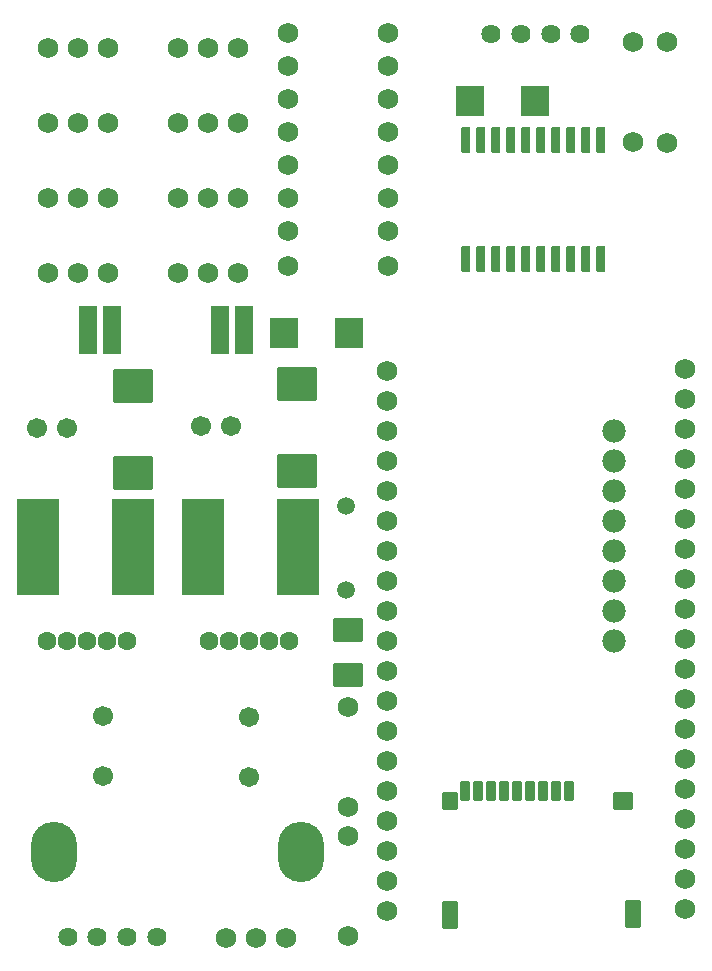
<source format=gts>
G04 Layer: TopSolderMaskLayer*
G04 EasyEDA v6.5.20, 2022-10-22 14:54:30*
G04 fe600fdf0afc4bf6b2dbe2f9dcf79710,95753c6d73fd445989ad8f01ddeeb764,10*
G04 Gerber Generator version 0.2*
G04 Scale: 100 percent, Rotated: No, Reflected: No *
G04 Dimensions in millimeters *
G04 leading zeros omitted , absolute positions ,4 integer and 5 decimal *
%FSLAX45Y45*%
%MOMM*%

%AMMACRO1*1,1,$1,$2,$3*1,1,$1,$4,$5*1,1,$1,0-$2,0-$3*1,1,$1,0-$4,0-$5*20,1,$1,$2,$3,$4,$5,0*20,1,$1,$4,$5,0-$2,0-$3,0*20,1,$1,0-$2,0-$3,0-$4,0-$5,0*20,1,$1,0-$4,0-$5,$2,$3,0*4,1,4,$2,$3,$4,$5,0-$2,0-$3,0-$4,0-$5,$2,$3,0*%
%ADD10MACRO1,0.1016X1.75X-4X-1.75X-4*%
%ADD11MACRO1,0.1016X-0.75X-2X-0.75X2*%
%ADD12MACRO1,0.1016X-1.15X1.25X1.15X1.25*%
%ADD13C,1.6256*%
%ADD14C,1.7016*%
%ADD15MACRO1,0.1016X-0.3302X1.016X0.3302X1.016*%
%ADD16C,1.6016*%
%ADD17MACRO1,0.1016X-1.65X-1.35X-1.65X1.35*%
%ADD18C,1.7272*%
%ADD19MACRO1,0.1016X-1.188X-0.95X-1.188X0.95*%
%ADD20C,1.9812*%
%ADD21MACRO1,0.1016X1.15X-1.25X-1.15X-1.25*%
%ADD22C,1.5095*%
%ADD23MACRO1,0.1016X-0.3505X0.8001X0.3505X0.8001*%
%ADD24MACRO1,0.1016X-0.3505X0.8X0.3505X0.8*%
%ADD25MACRO1,0.1016X-0.6001X1.1001X0.6001X1.1001*%
%ADD26MACRO1,0.1016X-0.5994X0.7X0.5994X0.7*%
%ADD27MACRO1,0.1016X-0.8001X0.6998X0.8001X0.6998*%
%ADD28MACRO1,0.1016X-0.5994X1.1001X0.5994X1.1001*%
%ADD29O,3.9015924X5.10159*%

%LPD*%
D10*
G01*
X2406702Y13570005D03*
G01*
X3206802Y13570005D03*
D11*
G01*
X1638300Y15405100D03*
D10*
G01*
X1809796Y13570005D03*
G01*
X1009696Y13570005D03*
D11*
G01*
X1435100Y15405100D03*
G01*
X2552700Y15405100D03*
G01*
X2755900Y15405100D03*
D12*
G01*
X5217656Y17348200D03*
G01*
X4662939Y17348200D03*
D13*
G01*
X4847005Y17913299D03*
G01*
X5096992Y17913299D03*
G01*
X5347004Y17913299D03*
G01*
X5596991Y17913299D03*
D14*
G01*
X1562100Y12141200D03*
G01*
X1562100Y11633200D03*
G01*
X2794000Y12128500D03*
G01*
X2794000Y11620500D03*
D15*
G01*
X4635500Y16007079D03*
G01*
X4762500Y16007079D03*
G01*
X4889500Y16007079D03*
G01*
X5016500Y16007079D03*
G01*
X5143500Y16007079D03*
G01*
X5270500Y16007079D03*
G01*
X5397500Y16007079D03*
G01*
X5524500Y16007079D03*
G01*
X5524500Y17012920D03*
G01*
X5397500Y17012920D03*
G01*
X5270500Y17012920D03*
G01*
X5143500Y17012920D03*
G01*
X5016500Y17012920D03*
G01*
X4889500Y17012920D03*
G01*
X4762500Y17012920D03*
G01*
X4635500Y17012920D03*
G01*
X5651500Y16007079D03*
G01*
X5778500Y16007079D03*
G01*
X5651500Y17012920D03*
G01*
X5778500Y17012920D03*
D16*
G01*
X1764411Y12776200D03*
G01*
X1593392Y12776200D03*
G01*
X1422400Y12776200D03*
G01*
X1251407Y12776200D03*
G01*
X1080388Y12776200D03*
D14*
G01*
X1003300Y14579600D03*
G01*
X1257300Y14579600D03*
D17*
G01*
X1816100Y14935530D03*
G01*
X1816100Y14198269D03*
D18*
G01*
X2705100Y16522700D03*
G01*
X2451100Y16522700D03*
G01*
X2197100Y16522700D03*
G01*
X2705100Y15887700D03*
G01*
X2451100Y15887700D03*
G01*
X2197100Y15887700D03*
D17*
G01*
X3200400Y14948230D03*
G01*
X3200400Y14210969D03*
D14*
G01*
X2387600Y14592300D03*
G01*
X2641600Y14592300D03*
D16*
G01*
X3136011Y12776200D03*
G01*
X2964992Y12776200D03*
G01*
X2794000Y12776200D03*
G01*
X2623007Y12776200D03*
G01*
X2451988Y12776200D03*
D19*
G01*
X3632201Y12864465D03*
G01*
X3632201Y12484734D03*
D20*
G01*
X5886602Y14549805D03*
G01*
X5886627Y14295856D03*
G01*
X5886627Y14041856D03*
G01*
X5886627Y13787856D03*
G01*
X5886627Y13533856D03*
G01*
X5886627Y13279856D03*
G01*
X5886627Y13025856D03*
G01*
X5886627Y12771856D03*
D21*
G01*
X3088143Y15379700D03*
G01*
X3642860Y15379700D03*
D18*
G01*
X3111525Y10261650D03*
G01*
X2857525Y10261650D03*
G01*
X2603525Y10261650D03*
D13*
G01*
X2010994Y10268000D03*
G01*
X1761007Y10268000D03*
G01*
X1510995Y10268000D03*
G01*
X1261008Y10268000D03*
D22*
G01*
X3619500Y13208000D03*
G01*
X3619500Y13919200D03*
D18*
G01*
X1600200Y17792700D03*
G01*
X1346200Y17792700D03*
G01*
X1092200Y17792700D03*
G01*
X1600200Y17157700D03*
G01*
X1346200Y17157700D03*
G01*
X1092200Y17157700D03*
G01*
X1600200Y16522700D03*
G01*
X1346200Y16522700D03*
G01*
X1092200Y16522700D03*
G01*
X1600200Y15887700D03*
G01*
X1346200Y15887700D03*
G01*
X1092200Y15887700D03*
G01*
X2705100Y17792700D03*
G01*
X2451100Y17792700D03*
G01*
X2197100Y17792700D03*
G01*
X2705100Y17157700D03*
G01*
X2451100Y17157700D03*
G01*
X2197100Y17157700D03*
D23*
G01*
X5501055Y11500612D03*
D24*
G01*
X5390895Y11500294D03*
G01*
X5281904Y11500294D03*
G01*
X5171897Y11500294D03*
G01*
X5061889Y11500294D03*
G01*
X4951907Y11500294D03*
G01*
X4841900Y11500294D03*
G01*
X4731893Y11500294D03*
G01*
X4621911Y11500294D03*
D25*
G01*
X4493602Y10453776D03*
D26*
G01*
X4493894Y11420348D03*
D27*
G01*
X5963564Y11420957D03*
D28*
G01*
X6043904Y10460227D03*
D18*
G01*
X3962400Y10490200D03*
G01*
X3962400Y10744200D03*
G01*
X3962400Y10998200D03*
G01*
X3962400Y11252200D03*
G01*
X3962400Y11506200D03*
G01*
X3962400Y11760200D03*
G01*
X3962400Y12014200D03*
G01*
X3962400Y12268200D03*
G01*
X3962400Y12522200D03*
G01*
X3962400Y12776200D03*
G01*
X3962400Y13030200D03*
G01*
X3962400Y13284200D03*
G01*
X3962400Y13538200D03*
G01*
X3962400Y13792200D03*
G01*
X3962400Y14046200D03*
G01*
X3962400Y14300200D03*
G01*
X3962400Y14554200D03*
G01*
X3962400Y14808200D03*
G01*
X3962400Y15062200D03*
G01*
X6489700Y15074900D03*
G01*
X6489700Y14820900D03*
G01*
X6489700Y14566900D03*
G01*
X6489700Y14312900D03*
G01*
X6489700Y14058900D03*
G01*
X6489700Y13804900D03*
G01*
X6489700Y13550900D03*
G01*
X6489700Y13296900D03*
G01*
X6489700Y13042900D03*
G01*
X6489700Y12788900D03*
G01*
X6489700Y12534900D03*
G01*
X6489700Y12280900D03*
G01*
X6489700Y12026900D03*
G01*
X6489700Y11773230D03*
G01*
X6489700Y11518900D03*
G01*
X6489700Y11264900D03*
G01*
X6489700Y11010900D03*
G01*
X6489700Y10756900D03*
G01*
X6489700Y10502900D03*
D29*
G01*
X1143000Y10985500D03*
G01*
X3238500Y10985500D03*
D18*
G01*
X3974198Y17919700D03*
G01*
X3124200Y17919700D03*
G01*
X3125101Y17640300D03*
G01*
X3975100Y17640300D03*
G01*
X3125101Y17360900D03*
G01*
X3975100Y17360900D03*
G01*
X3125101Y17081500D03*
G01*
X3975100Y17081500D03*
G01*
X3125101Y16802100D03*
G01*
X3975100Y16802100D03*
G01*
X3125101Y16522700D03*
G01*
X3975100Y16522700D03*
G01*
X3125101Y16243300D03*
G01*
X3975100Y16243300D03*
G01*
X3125101Y15951200D03*
G01*
X3975100Y15951200D03*
G01*
X3632200Y11367401D03*
G01*
X3632200Y12217400D03*
G01*
X3632200Y11124298D03*
G01*
X3632200Y10274300D03*
G01*
X6045161Y17845024D03*
G01*
X6045161Y16995025D03*
G01*
X6337300Y16993501D03*
G01*
X6337300Y17843500D03*
M02*

</source>
